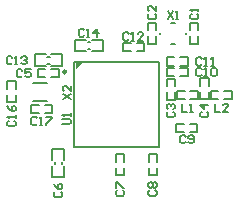
<source format=gto>
G04*
G04 #@! TF.GenerationSoftware,Altium Limited,Altium Designer,19.0.15 (446)*
G04*
G04 Layer_Color=65535*
%FSLAX24Y24*%
%MOIN*%
G70*
G01*
G75*
%ADD10C,0.0098*%
%ADD11C,0.0060*%
%ADD12C,0.0079*%
G36*
X-1181Y1378D02*
X-1378Y1181D01*
Y1378D01*
X-1181Y1378D01*
D02*
G37*
D10*
X-1699Y1083D02*
G03*
X-1699Y1083I-49J0D01*
G01*
D11*
X1312Y2459D02*
Y2715D01*
Y2006D02*
Y2262D01*
X1037Y2459D02*
Y2715D01*
Y2006D02*
Y2262D01*
Y2006D02*
X1312D01*
X1037Y2715D02*
X1312D01*
X2300Y2337D02*
Y2384D01*
X1812Y2014D02*
X1937D01*
X1449Y2337D02*
Y2384D01*
X1812Y2707D02*
X1937D01*
X2437Y2006D02*
Y2262D01*
Y2459D02*
Y2715D01*
X2712Y2006D02*
Y2262D01*
Y2459D02*
Y2715D01*
X2437D02*
X2712D01*
X2437Y2006D02*
X2712D01*
X2106Y1289D02*
X2362D01*
X1654D02*
X1909D01*
X2106Y1565D02*
X2362D01*
X1654D02*
X1909D01*
X1654Y1289D02*
Y1565D01*
X2362Y1289D02*
Y1565D01*
X207Y2037D02*
X463D01*
X659D02*
X915D01*
X207Y1762D02*
X463D01*
X659D02*
X915D01*
Y2037D01*
X207Y1762D02*
Y2037D01*
X1654Y935D02*
Y1211D01*
X2362Y935D02*
Y1211D01*
X2106Y935D02*
X2362D01*
X1654D02*
X1909D01*
X2106Y1211D02*
X2362D01*
X1654D02*
X1909D01*
X1654Y148D02*
X1930D01*
X1654Y856D02*
X1930D01*
Y601D02*
Y856D01*
Y148D02*
Y404D01*
X1654Y601D02*
Y856D01*
Y148D02*
Y404D01*
X2450Y164D02*
X2706D01*
X1998D02*
X2254D01*
X2450Y440D02*
X2706D01*
X1998D02*
X2254Y440D01*
X1998Y164D02*
Y440D01*
X2706Y164D02*
Y440D01*
X2778Y166D02*
X3054D01*
X2778Y874D02*
X3054D01*
X3054Y618D02*
X3054Y874D01*
Y166D02*
Y422D01*
X2778Y874D02*
X2778Y618D01*
X2778Y166D02*
X2778Y422D01*
X3578Y164D02*
X3834D01*
X3126D02*
X3382D01*
X3578Y440D02*
X3834D01*
X3126D02*
X3382D01*
X3126Y164D02*
Y440D01*
X3834Y164D02*
Y440D01*
X2421Y-925D02*
X2677D01*
X1968D02*
X2224D01*
X2421Y-650D02*
X2677D01*
X1968D02*
X2224D01*
X1968Y-925D02*
Y-650D01*
X2677Y-925D02*
Y-650D01*
X1053Y-2372D02*
X1329D01*
X1053Y-1663D02*
X1329D01*
Y-1919D02*
Y-1663D01*
Y-2372D02*
Y-2116D01*
X1053Y-1919D02*
Y-1663D01*
Y-2372D02*
Y-2116D01*
X-39Y-2372D02*
X236D01*
X-39Y-1663D02*
X236D01*
Y-1919D02*
Y-1663D01*
Y-2372D02*
Y-2116D01*
X-39Y-1919D02*
Y-1663D01*
Y-2372D02*
Y-2116D01*
X-2160Y-2411D02*
X-1766D01*
X-2160Y-1486D02*
X-1766D01*
Y-1850D02*
Y-1486D01*
Y-2411D02*
Y-2047D01*
X-2160Y-1850D02*
Y-1486D01*
Y-2411D02*
Y-2047D01*
X-2746Y1270D02*
Y1663D01*
X-1821Y1270D02*
Y1663D01*
X-2185Y1270D02*
X-1821D01*
X-2746D02*
X-2382D01*
X-2185Y1663D02*
X-1821D01*
X-2746D02*
X-2382D01*
X-2648Y896D02*
Y1171D01*
X-1939Y896D02*
Y1171D01*
X-2195Y896D02*
X-1939D01*
X-2648D02*
X-2392D01*
X-2195Y1171D02*
X-1939D01*
X-2648D02*
X-2392D01*
X-2865Y-305D02*
Y-30D01*
X-2156Y-305D02*
Y-30D01*
X-2412Y-305D02*
X-2156D01*
X-2865D02*
X-2609D01*
X-2412Y-30D02*
X-2156D01*
X-2865D02*
X-2609D01*
X-3652Y768D02*
X-3377D01*
X-3652Y59D02*
X-3377D01*
X-3652D02*
Y315D01*
Y512D02*
Y768D01*
X-3377Y59D02*
Y315D01*
Y512D02*
Y768D01*
X-1388Y1762D02*
Y2156D01*
X-463Y1762D02*
Y2156D01*
X-827Y1762D02*
X-463D01*
X-1388D02*
X-1024D01*
X-827Y2156D02*
X-463D01*
X-1388D02*
X-1024D01*
X1082Y3011D02*
X1037Y2966D01*
Y2876D01*
X1082Y2831D01*
X1262D01*
X1307Y2876D01*
Y2966D01*
X1262Y3011D01*
X1307Y3280D02*
Y3101D01*
X1127Y3280D01*
X1082D01*
X1037Y3235D01*
Y3146D01*
X1082Y3101D01*
X1687Y3121D02*
X1867Y2851D01*
Y3121D02*
X1687Y2851D01*
X1957D02*
X2047D01*
X2002D01*
Y3121D01*
X1957Y3076D01*
X2492Y3011D02*
X2447Y2966D01*
Y2876D01*
X2492Y2831D01*
X2672D01*
X2717Y2876D01*
Y2966D01*
X2672Y3011D01*
X2717Y3101D02*
Y3191D01*
Y3146D01*
X2447D01*
X2492Y3101D01*
X2827Y1517D02*
X2782Y1562D01*
X2692D01*
X2647Y1517D01*
Y1337D01*
X2692Y1292D01*
X2782D01*
X2827Y1337D01*
X2917Y1292D02*
X3007D01*
X2962D01*
Y1562D01*
X2917Y1517D01*
X3142Y1292D02*
X3232D01*
X3187D01*
Y1562D01*
X3142Y1517D01*
X389Y2348D02*
X344Y2393D01*
X254D01*
X209Y2348D01*
Y2168D01*
X254Y2123D01*
X344D01*
X389Y2168D01*
X479Y2123D02*
X569D01*
X524D01*
Y2393D01*
X479Y2348D01*
X883Y2123D02*
X703D01*
X883Y2303D01*
Y2348D01*
X838Y2393D01*
X748D01*
X703Y2348D01*
X2827Y1167D02*
X2782Y1212D01*
X2692D01*
X2647Y1167D01*
Y987D01*
X2692Y942D01*
X2782D01*
X2827Y987D01*
X2917Y942D02*
X3007D01*
X2962D01*
Y1212D01*
X2917Y1167D01*
X3142D02*
X3187Y1212D01*
X3277D01*
X3322Y1167D01*
Y987D01*
X3277Y942D01*
X3187D01*
X3142Y987D01*
Y1167D01*
X1702Y-250D02*
X1658Y-295D01*
Y-385D01*
X1702Y-430D01*
X1882D01*
X1927Y-385D01*
Y-295D01*
X1882Y-250D01*
X1702Y-160D02*
X1658Y-115D01*
Y-25D01*
X1702Y20D01*
X1747D01*
X1792Y-25D01*
Y-70D01*
Y-25D01*
X1837Y20D01*
X1882D01*
X1927Y-25D01*
Y-115D01*
X1882Y-160D01*
X2167Y20D02*
Y-250D01*
X2347D01*
X2437D02*
X2527D01*
X2482D01*
Y20D01*
X2437Y-25D01*
X2822Y-250D02*
X2778Y-295D01*
Y-385D01*
X2822Y-430D01*
X3002D01*
X3047Y-385D01*
Y-295D01*
X3002Y-250D01*
X3047Y-25D02*
X2778D01*
X2912Y-160D01*
Y20D01*
X3257Y20D02*
Y-250D01*
X3437D01*
X3707D02*
X3527D01*
X3707Y-70D01*
Y-25D01*
X3662Y20D01*
X3572D01*
X3527Y-25D01*
X2290Y-1075D02*
X2245Y-1030D01*
X2155D01*
X2110Y-1075D01*
Y-1255D01*
X2155Y-1300D01*
X2245D01*
X2290Y-1255D01*
X2380D02*
X2425Y-1300D01*
X2515D01*
X2560Y-1255D01*
Y-1075D01*
X2515Y-1030D01*
X2425D01*
X2380Y-1075D01*
Y-1120D01*
X2425Y-1165D01*
X2560D01*
X-2670Y-465D02*
X-2715Y-420D01*
X-2805D01*
X-2850Y-465D01*
Y-645D01*
X-2805Y-690D01*
X-2715D01*
X-2670Y-645D01*
X-2580Y-690D02*
X-2490D01*
X-2535D01*
Y-420D01*
X-2580Y-465D01*
X-2355Y-420D02*
X-2175D01*
Y-465D01*
X-2355Y-645D01*
Y-690D01*
X-3605Y-550D02*
X-3650Y-595D01*
Y-685D01*
X-3605Y-730D01*
X-3425D01*
X-3380Y-685D01*
Y-595D01*
X-3425Y-550D01*
X-3380Y-460D02*
Y-370D01*
Y-415D01*
X-3650D01*
X-3605Y-460D01*
X-3650Y-55D02*
X-3605Y-145D01*
X-3515Y-235D01*
X-3425D01*
X-3380Y-190D01*
Y-100D01*
X-3425Y-55D01*
X-3470D01*
X-3515Y-100D01*
Y-235D01*
X-3150Y1125D02*
X-3195Y1170D01*
X-3285D01*
X-3330Y1125D01*
Y945D01*
X-3285Y900D01*
X-3195D01*
X-3150Y945D01*
X-2880Y1170D02*
X-3060D01*
Y1035D01*
X-2970Y1080D01*
X-2925D01*
X-2880Y1035D01*
Y945D01*
X-2925Y900D01*
X-3015D01*
X-3060Y945D01*
X-2055Y-2920D02*
X-2100Y-2965D01*
Y-3055D01*
X-2055Y-3100D01*
X-1875D01*
X-1830Y-3055D01*
Y-2965D01*
X-1875Y-2920D01*
X-2100Y-2650D02*
X-2055Y-2740D01*
X-1965Y-2830D01*
X-1875D01*
X-1830Y-2785D01*
Y-2695D01*
X-1875Y-2650D01*
X-1920D01*
X-1965Y-2695D01*
Y-2830D01*
X1095Y-2870D02*
X1050Y-2915D01*
Y-3005D01*
X1095Y-3050D01*
X1275D01*
X1320Y-3005D01*
Y-2915D01*
X1275Y-2870D01*
X1095Y-2780D02*
X1050Y-2735D01*
Y-2645D01*
X1095Y-2600D01*
X1140D01*
X1185Y-2645D01*
X1230Y-2600D01*
X1275D01*
X1320Y-2645D01*
Y-2735D01*
X1275Y-2780D01*
X1230D01*
X1185Y-2735D01*
X1140Y-2780D01*
X1095D01*
X1185Y-2735D02*
Y-2645D01*
X5Y-2870D02*
X-40Y-2915D01*
Y-3005D01*
X5Y-3050D01*
X185D01*
X230Y-3005D01*
Y-2915D01*
X185Y-2870D01*
X-40Y-2780D02*
Y-2600D01*
X5D01*
X185Y-2780D01*
X230D01*
X-1819Y-660D02*
X-1594D01*
X-1549Y-615D01*
Y-525D01*
X-1594Y-480D01*
X-1819D01*
X-1549Y-390D02*
Y-300D01*
Y-345D01*
X-1819D01*
X-1774Y-390D01*
X-1800Y170D02*
X-1530Y350D01*
X-1800D02*
X-1530Y170D01*
Y620D02*
Y440D01*
X-1710Y620D01*
X-1755D01*
X-1800Y575D01*
Y485D01*
X-1755Y440D01*
X-1100Y2475D02*
X-1145Y2520D01*
X-1235D01*
X-1280Y2475D01*
Y2295D01*
X-1235Y2250D01*
X-1145D01*
X-1100Y2295D01*
X-1010Y2250D02*
X-920D01*
X-965D01*
Y2520D01*
X-1010Y2475D01*
X-650Y2250D02*
Y2520D01*
X-785Y2385D01*
X-605D01*
X-3500Y1555D02*
X-3545Y1600D01*
X-3635D01*
X-3680Y1555D01*
Y1375D01*
X-3635Y1330D01*
X-3545D01*
X-3500Y1375D01*
X-3410Y1330D02*
X-3320D01*
X-3365D01*
Y1600D01*
X-3410Y1555D01*
X-3185D02*
X-3140Y1600D01*
X-3050D01*
X-3005Y1555D01*
Y1510D01*
X-3050Y1465D01*
X-3095D01*
X-3050D01*
X-3005Y1420D01*
Y1375D01*
X-3050Y1330D01*
X-3140D01*
X-3185Y1375D01*
D12*
X-1845Y-1988D02*
Y-1909D01*
X-2081Y-1988D02*
Y-1909D01*
X-2323Y1348D02*
X-2244D01*
X-2323Y1585D02*
X-2244D01*
X-965Y1841D02*
X-886D01*
X-965Y2077D02*
X-886D01*
X-1417Y-1417D02*
Y1417D01*
X1417Y-1417D02*
Y1417D01*
X-1417D02*
X1417D01*
X-1417Y-1417D02*
X1417D01*
X-2806Y108D02*
X-2334D01*
X-2806Y699D02*
X-2334D01*
M02*

</source>
